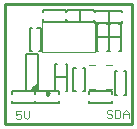
<source format=gto>
G04*
G04 #@! TF.GenerationSoftware,Altium Limited,Altium Designer,22.11.1 (43)*
G04*
G04 Layer_Color=65535*
%FSLAX25Y25*%
%MOIN*%
G70*
G04*
G04 #@! TF.SameCoordinates,968F8FA3-88DA-4AFC-830A-3CF0B6850B21*
G04*
G04*
G04 #@! TF.FilePolarity,Positive*
G04*
G01*
G75*
%ADD10C,0.00394*%
%ADD11C,0.00984*%
%ADD12C,0.00787*%
%ADD13C,0.00394*%
%ADD14C,0.00591*%
%ADD15C,0.00472*%
%ADD16C,0.01000*%
G36*
X-10236Y-18701D02*
X-12205D01*
Y-18110D01*
X-11024Y-16929D01*
X-10236D01*
Y-18701D01*
D02*
G37*
D10*
X7283Y-9449D02*
D03*
D11*
X-6398Y-19587D02*
X-7136Y-19160D01*
Y-20013D01*
X-6398Y-19587D01*
D12*
X-10433Y-16929D02*
X-11319Y-17166D01*
X-11967Y-17815D01*
X-12205Y-18701D01*
X-9843Y2362D02*
X-10630D01*
X-9843D01*
X-14173Y-18701D02*
Y-6496D01*
X-10236Y-18701D02*
Y-6496D01*
X-14173D02*
X-10236D01*
X-14173Y-18701D02*
X-10236D01*
X-10433Y-16929D02*
X-10236D01*
D13*
X12598Y-10236D02*
X14567D01*
X6693D02*
X8661D01*
X12598Y-18110D02*
X14567D01*
X6693D02*
X8661D01*
X-8858Y-5709D02*
Y4134D01*
X8858Y-5709D02*
Y4134D01*
X-8858D02*
X8858D01*
X-8858Y-5709D02*
X8858D01*
D14*
X4724Y-18898D02*
X5512D01*
Y-11024D01*
X4724D02*
X5512D01*
X1575D02*
X2362D01*
X1575Y-18898D02*
Y-11024D01*
Y-18898D02*
X2362D01*
X14567Y-19685D02*
Y-18898D01*
X6693D02*
X14567D01*
X6693Y-19685D02*
Y-18898D01*
Y-22835D02*
Y-22047D01*
Y-22835D02*
X14567D01*
Y-22047D01*
X18504Y-20079D02*
X19291D01*
Y-12205D01*
X18504D02*
X19291D01*
X15354D02*
X16142D01*
X15354Y-20079D02*
Y-12205D01*
Y-20079D02*
X16142D01*
X-4362Y-14173D02*
X-362D01*
X-862Y-9673D02*
X-362D01*
Y-18673D02*
Y-9673D01*
X-862Y-18673D02*
X-362D01*
X-4362D02*
X-3862D01*
X-4362D02*
Y-9673D01*
X-3862D01*
X-11024Y-19685D02*
Y-18898D01*
X-3150D01*
Y-19685D02*
Y-18898D01*
Y-22835D02*
Y-22047D01*
X-11024Y-22835D02*
X-3150D01*
X-11024D02*
Y-22047D01*
X-11024Y-22835D02*
Y-22047D01*
X-18898Y-22835D02*
X-11024D01*
X-18898D02*
Y-22047D01*
Y-19685D02*
Y-18898D01*
X-11024D01*
Y-19685D02*
Y-18898D01*
X9417Y3713D02*
X9917D01*
X9417Y-5287D02*
Y3713D01*
Y-5287D02*
X9917D01*
X12917D02*
X13417D01*
Y3713D01*
X12917D02*
X13417D01*
X9417Y-787D02*
X13417D01*
X-563Y4299D02*
Y4799D01*
Y4299D02*
X8437D01*
Y4799D01*
Y7799D02*
Y8299D01*
X-563D02*
X8437D01*
X-563Y7799D02*
Y8299D01*
X3937Y4299D02*
Y8299D01*
X13354Y3713D02*
X13854D01*
X13354Y-5287D02*
Y3713D01*
Y-5287D02*
X13854D01*
X16854D02*
X17354D01*
Y3713D01*
X16854D02*
X17354D01*
X13354Y-787D02*
X17354D01*
X8886Y3906D02*
Y4405D01*
Y3906D02*
X17886D01*
Y4405D01*
Y7406D02*
Y7905D01*
X8886D02*
X17886D01*
X8886Y7406D02*
Y7905D01*
X13386Y3906D02*
Y7905D01*
X-787Y7480D02*
Y8268D01*
X-8661D02*
X-787D01*
X-8661Y7480D02*
Y8268D01*
Y4331D02*
Y5118D01*
Y4331D02*
X-787D01*
Y5118D01*
X-12992Y2362D02*
X-12205D01*
X-12992Y-5512D02*
Y2362D01*
Y-5512D02*
X-12205D01*
X-9843D02*
X-9055D01*
Y2362D01*
X-9843D02*
X-9055D01*
D15*
X14514Y-25578D02*
X14055Y-25119D01*
X13136D01*
X12677Y-25578D01*
Y-26037D01*
X13136Y-26496D01*
X14055D01*
X14514Y-26956D01*
Y-27415D01*
X14055Y-27874D01*
X13136D01*
X12677Y-27415D01*
X15432Y-25119D02*
Y-27874D01*
X16810D01*
X17269Y-27415D01*
Y-25578D01*
X16810Y-25119D01*
X15432D01*
X18187Y-27874D02*
Y-26037D01*
X19105Y-25119D01*
X20024Y-26037D01*
Y-27874D01*
Y-26496D01*
X18187D01*
X-15801Y-25513D02*
X-17638D01*
Y-26890D01*
X-16720Y-26431D01*
X-16260D01*
X-15801Y-26890D01*
Y-27809D01*
X-16260Y-28268D01*
X-17179D01*
X-17638Y-27809D01*
X-14883Y-25513D02*
Y-27349D01*
X-13964Y-28268D01*
X-13046Y-27349D01*
Y-25513D01*
D16*
X-21260Y10236D02*
X21260D01*
X-21260Y-29921D02*
Y10236D01*
X21260Y-29921D02*
Y10236D01*
X-21260Y-29921D02*
X21260D01*
M02*

</source>
